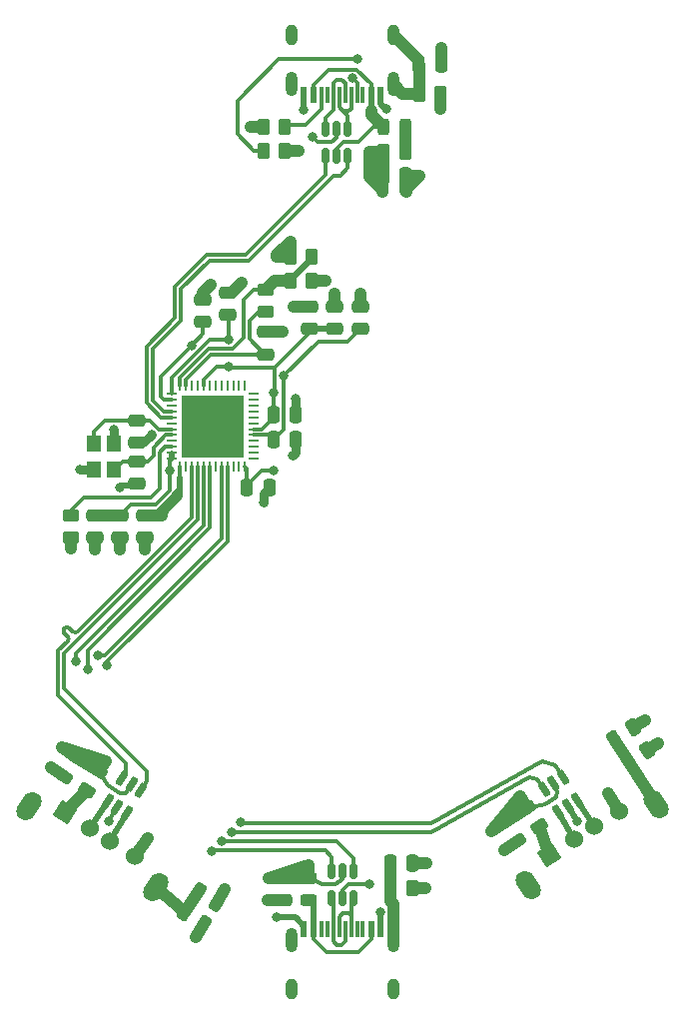
<source format=gbr>
%TF.GenerationSoftware,KiCad,Pcbnew,(6.0.8)*%
%TF.CreationDate,2022-12-20T01:42:36-08:00*%
%TF.ProjectId,Anduril USB Hub,416e6475-7269-46c2-9055-534220487562,rev?*%
%TF.SameCoordinates,Original*%
%TF.FileFunction,Copper,L1,Top*%
%TF.FilePolarity,Positive*%
%FSLAX46Y46*%
G04 Gerber Fmt 4.6, Leading zero omitted, Abs format (unit mm)*
G04 Created by KiCad (PCBNEW (6.0.8)) date 2022-12-20 01:42:36*
%MOMM*%
%LPD*%
G01*
G04 APERTURE LIST*
G04 Aperture macros list*
%AMRoundRect*
0 Rectangle with rounded corners*
0 $1 Rounding radius*
0 $2 $3 $4 $5 $6 $7 $8 $9 X,Y pos of 4 corners*
0 Add a 4 corners polygon primitive as box body*
4,1,4,$2,$3,$4,$5,$6,$7,$8,$9,$2,$3,0*
0 Add four circle primitives for the rounded corners*
1,1,$1+$1,$2,$3*
1,1,$1+$1,$4,$5*
1,1,$1+$1,$6,$7*
1,1,$1+$1,$8,$9*
0 Add four rect primitives between the rounded corners*
20,1,$1+$1,$2,$3,$4,$5,0*
20,1,$1+$1,$4,$5,$6,$7,0*
20,1,$1+$1,$6,$7,$8,$9,0*
20,1,$1+$1,$8,$9,$2,$3,0*%
%AMHorizOval*
0 Thick line with rounded ends*
0 $1 width*
0 $2 $3 position (X,Y) of the first rounded end (center of the circle)*
0 $4 $5 position (X,Y) of the second rounded end (center of the circle)*
0 Add line between two ends*
20,1,$1,$2,$3,$4,$5,0*
0 Add two circle primitives to create the rounded ends*
1,1,$1,$2,$3*
1,1,$1,$4,$5*%
%AMRotRect*
0 Rectangle, with rotation*
0 The origin of the aperture is its center*
0 $1 length*
0 $2 width*
0 $3 Rotation angle, in degrees counterclockwise*
0 Add horizontal line*
21,1,$1,$2,0,0,$3*%
G04 Aperture macros list end*
%TA.AperFunction,SMDPad,CuDef*%
%ADD10RoundRect,0.150000X-0.150000X0.512500X-0.150000X-0.512500X0.150000X-0.512500X0.150000X0.512500X0*%
%TD*%
%TA.AperFunction,SMDPad,CuDef*%
%ADD11RoundRect,0.250000X0.020395X-0.520567X0.463175X-0.238485X-0.020395X0.520567X-0.463175X0.238485X0*%
%TD*%
%TA.AperFunction,SMDPad,CuDef*%
%ADD12RoundRect,0.250000X-0.262500X-0.450000X0.262500X-0.450000X0.262500X0.450000X-0.262500X0.450000X0*%
%TD*%
%TA.AperFunction,SMDPad,CuDef*%
%ADD13RoundRect,0.250000X-0.463175X-0.238485X-0.020395X-0.520567X0.463175X0.238485X0.020395X0.520567X0*%
%TD*%
%TA.AperFunction,SMDPad,CuDef*%
%ADD14RoundRect,0.250000X0.044369X-0.534936X0.466065X-0.266286X-0.044369X0.534936X-0.466065X0.266286X0*%
%TD*%
%TA.AperFunction,SMDPad,CuDef*%
%ADD15RoundRect,0.250000X-0.250000X-0.475000X0.250000X-0.475000X0.250000X0.475000X-0.250000X0.475000X0*%
%TD*%
%TA.AperFunction,SMDPad,CuDef*%
%ADD16RoundRect,0.250000X-0.466065X-0.266286X-0.044369X-0.534936X0.466065X0.266286X0.044369X0.534936X0*%
%TD*%
%TA.AperFunction,SMDPad,CuDef*%
%ADD17RoundRect,0.250000X-0.534936X-0.044369X-0.266286X-0.466065X0.534936X0.044369X0.266286X0.466065X0*%
%TD*%
%TA.AperFunction,ComponentPad*%
%ADD18RotRect,1.524000X1.524000X32.500000*%
%TD*%
%TA.AperFunction,ComponentPad*%
%ADD19C,1.524000*%
%TD*%
%TA.AperFunction,ComponentPad*%
%ADD20HorizOval,1.600000X-0.268650X0.421696X0.268650X-0.421696X0*%
%TD*%
%TA.AperFunction,SMDPad,CuDef*%
%ADD21RoundRect,0.250000X-0.475000X0.250000X-0.475000X-0.250000X0.475000X-0.250000X0.475000X0.250000X0*%
%TD*%
%TA.AperFunction,SMDPad,CuDef*%
%ADD22RoundRect,0.150000X0.401875X-0.351643X-0.148857X0.512833X-0.401875X0.351643X0.148857X-0.512833X0*%
%TD*%
%TA.AperFunction,SMDPad,CuDef*%
%ADD23RoundRect,0.243750X0.456250X-0.243750X0.456250X0.243750X-0.456250X0.243750X-0.456250X-0.243750X0*%
%TD*%
%TA.AperFunction,SMDPad,CuDef*%
%ADD24RoundRect,0.250000X0.262500X0.450000X-0.262500X0.450000X-0.262500X-0.450000X0.262500X-0.450000X0*%
%TD*%
%TA.AperFunction,SMDPad,CuDef*%
%ADD25RoundRect,0.250000X-0.450000X0.262500X-0.450000X-0.262500X0.450000X-0.262500X0.450000X0.262500X0*%
%TD*%
%TA.AperFunction,SMDPad,CuDef*%
%ADD26RoundRect,0.250000X0.475000X-0.250000X0.475000X0.250000X-0.475000X0.250000X-0.475000X-0.250000X0*%
%TD*%
%TA.AperFunction,SMDPad,CuDef*%
%ADD27RoundRect,0.150000X0.150000X-0.512500X0.150000X0.512500X-0.150000X0.512500X-0.150000X-0.512500X0*%
%TD*%
%TA.AperFunction,SMDPad,CuDef*%
%ADD28RoundRect,0.243750X0.253831X-0.450720X0.515764X-0.039566X-0.253831X0.450720X-0.515764X0.039566X0*%
%TD*%
%TA.AperFunction,SMDPad,CuDef*%
%ADD29R,0.600000X1.450000*%
%TD*%
%TA.AperFunction,SMDPad,CuDef*%
%ADD30R,0.300000X1.450000*%
%TD*%
%TA.AperFunction,ComponentPad*%
%ADD31O,1.000000X2.100000*%
%TD*%
%TA.AperFunction,ComponentPad*%
%ADD32O,1.000000X1.800000*%
%TD*%
%TA.AperFunction,SMDPad,CuDef*%
%ADD33RoundRect,0.062500X0.062500X-0.337500X0.062500X0.337500X-0.062500X0.337500X-0.062500X-0.337500X0*%
%TD*%
%TA.AperFunction,SMDPad,CuDef*%
%ADD34RoundRect,0.062500X0.337500X-0.062500X0.337500X0.062500X-0.337500X0.062500X-0.337500X-0.062500X0*%
%TD*%
%TA.AperFunction,SMDPad,CuDef*%
%ADD35R,5.300000X5.300000*%
%TD*%
%TA.AperFunction,ComponentPad*%
%ADD36RotRect,1.524000X1.524000X327.500000*%
%TD*%
%TA.AperFunction,ComponentPad*%
%ADD37HorizOval,1.600000X-0.268650X-0.421696X0.268650X0.421696X0*%
%TD*%
%TA.AperFunction,SMDPad,CuDef*%
%ADD38RoundRect,0.243750X-0.243750X-0.456250X0.243750X-0.456250X0.243750X0.456250X-0.243750X0.456250X0*%
%TD*%
%TA.AperFunction,SMDPad,CuDef*%
%ADD39R,1.200000X1.400000*%
%TD*%
%TA.AperFunction,SMDPad,CuDef*%
%ADD40RoundRect,0.250000X-0.266286X0.466065X-0.534936X0.044369X0.266286X-0.466065X0.534936X-0.044369X0*%
%TD*%
%TA.AperFunction,SMDPad,CuDef*%
%ADD41RoundRect,0.150000X-0.148857X-0.512833X0.401875X0.351643X0.148857X0.512833X-0.401875X-0.351643X0*%
%TD*%
%TA.AperFunction,SMDPad,CuDef*%
%ADD42RoundRect,0.243750X0.515764X0.039566X0.253831X0.450720X-0.515764X-0.039566X-0.253831X-0.450720X0*%
%TD*%
%TA.AperFunction,ViaPad*%
%ADD43C,0.800000*%
%TD*%
%TA.AperFunction,ViaPad*%
%ADD44C,0.700000*%
%TD*%
%TA.AperFunction,Conductor*%
%ADD45C,0.300000*%
%TD*%
%TA.AperFunction,Conductor*%
%ADD46C,1.000000*%
%TD*%
%TA.AperFunction,Conductor*%
%ADD47C,0.500000*%
%TD*%
%TA.AperFunction,Conductor*%
%ADD48C,0.750000*%
%TD*%
G04 APERTURE END LIST*
D10*
%TO.P,U1,1,I/O1*%
%TO.N,Net-(J1-PadA7)*%
X112850000Y-40562500D03*
%TO.P,U1,2,GND*%
%TO.N,GND*%
X111900000Y-40562500D03*
%TO.P,U1,3,I/O2*%
%TO.N,Net-(J1-PadA6)*%
X110950000Y-40562500D03*
%TO.P,U1,4,I/O2*%
%TO.N,UP D+*%
X110950000Y-42837500D03*
%TO.P,U1,5,VBUS*%
%TO.N,VCC*%
X111900000Y-42837500D03*
%TO.P,U1,6,I/O1*%
%TO.N,UP D-*%
X112850000Y-42837500D03*
%TD*%
D11*
%TO.P,R10,1*%
%TO.N,Net-(C22-Pad1)*%
X136680405Y-94240286D03*
%TO.P,R10,2*%
%TO.N,GND*%
X138219595Y-93259714D03*
%TD*%
D12*
%TO.P,R9,1*%
%TO.N,Net-(C8-Pad1)*%
X116487500Y-104950000D03*
%TO.P,R9,2*%
%TO.N,GND*%
X118312500Y-104950000D03*
%TD*%
D13*
%TO.P,R5,1*%
%TO.N,Net-(C3-Pad1)*%
X100180405Y-105159714D03*
%TO.P,R5,2*%
%TO.N,GND*%
X101719595Y-106140286D03*
%TD*%
D12*
%TO.P,R4,2*%
%TO.N,GND*%
X120712500Y-37600000D03*
%TO.P,R4,1*%
%TO.N,Net-(C1-Pad1)*%
X118887500Y-37600000D03*
%TD*%
D14*
%TO.P,C22,1*%
%TO.N,Net-(C22-Pad1)*%
X135447556Y-92320870D03*
%TO.P,C22,2*%
%TO.N,GND*%
X137050000Y-91300000D03*
%TD*%
D15*
%TO.P,C8,1*%
%TO.N,Net-(C8-Pad1)*%
X116450000Y-102750000D03*
%TO.P,C8,2*%
%TO.N,GND*%
X118350000Y-102750000D03*
%TD*%
D16*
%TO.P,C3,2*%
%TO.N,GND*%
X100651222Y-107960435D03*
%TO.P,C3,1*%
%TO.N,Net-(C3-Pad1)*%
X99048778Y-106939565D03*
%TD*%
D15*
%TO.P,C1,1*%
%TO.N,Net-(C1-Pad1)*%
X118850000Y-35100000D03*
%TO.P,C1,2*%
%TO.N,GND*%
X120750000Y-35100000D03*
%TD*%
D17*
%TO.P,C21,1*%
%TO.N,+5V*%
X126189565Y-99298778D03*
%TO.P,C21,2*%
%TO.N,GND*%
X127210435Y-100901222D03*
%TD*%
D18*
%TO.P,J4,1,VBUS*%
%TO.N,Net-(F4-Pad1)*%
X129968048Y-102118948D03*
D19*
%TO.P,J4,2,D-*%
%TO.N,Net-(J4-Pad2)*%
X132076527Y-100775699D03*
%TO.P,J4,3,D+*%
%TO.N,Net-(J4-Pad3)*%
X133763310Y-99701100D03*
%TO.P,J4,4,GND*%
%TO.N,GND*%
X135871788Y-98357851D03*
D20*
%TO.P,J4,5,Shield*%
%TO.N,Net-(C22-Pad1)*%
X138962383Y-97811752D03*
X128166972Y-104689187D03*
%TD*%
D21*
%TO.P,C9,1*%
%TO.N,+5V*%
X95638342Y-73306379D03*
%TO.P,C9,2*%
%TO.N,GND*%
X95638342Y-75206379D03*
%TD*%
D22*
%TO.P,U5,1,I/O1*%
%TO.N,Net-(J4-Pad2)*%
X130709956Y-98469792D03*
%TO.P,U5,2,GND*%
%TO.N,GND*%
X131511178Y-97959358D03*
%TO.P,U5,3,I/O2*%
%TO.N,Net-(J4-Pad3)*%
X132312400Y-97448923D03*
%TO.P,U5,4,I/O2*%
%TO.N,P3 D+*%
X131090044Y-95530208D03*
%TO.P,U5,5,VBUS*%
%TO.N,+5V*%
X130288822Y-96040642D03*
%TO.P,U5,6,I/O1*%
%TO.N,P3 D-*%
X129487600Y-96551077D03*
%TD*%
D23*
%TO.P,F3,1*%
%TO.N,Net-(F3-Pad1)*%
X109550000Y-105937500D03*
%TO.P,F3,2*%
%TO.N,+5V*%
X109550000Y-104062500D03*
%TD*%
D24*
%TO.P,FB1,1*%
%TO.N,Net-(F1-Pad2)*%
X117712500Y-42475000D03*
%TO.P,FB1,2*%
%TO.N,+5V*%
X115887500Y-42475000D03*
%TD*%
D12*
%TO.P,R1,1*%
%TO.N,Net-(J1-PadA5)*%
X105687500Y-42400000D03*
%TO.P,R1,2*%
%TO.N,GND*%
X107512500Y-42400000D03*
%TD*%
D25*
%TO.P,R3,1*%
%TO.N,Net-(R3-Pad1)*%
X89388342Y-73343879D03*
%TO.P,R3,2*%
%TO.N,GND*%
X89388342Y-75168879D03*
%TD*%
D26*
%TO.P,C17,1*%
%TO.N,VDD33*%
X111738342Y-57506379D03*
%TO.P,C17,2*%
%TO.N,GND*%
X111738342Y-55606379D03*
%TD*%
D27*
%TO.P,U4,1,I/O1*%
%TO.N,Net-(J3-PadA7)*%
X111450000Y-105737500D03*
%TO.P,U4,2,GND*%
%TO.N,GND*%
X112400000Y-105737500D03*
%TO.P,U4,3,I/O2*%
%TO.N,Net-(J3-PadA6)*%
X113350000Y-105737500D03*
%TO.P,U4,4,I/O2*%
%TO.N,P2 D+*%
X113350000Y-103462500D03*
%TO.P,U4,5,VBUS*%
%TO.N,+5V*%
X112400000Y-103462500D03*
%TO.P,U4,6,I/O1*%
%TO.N,P2 D-*%
X111450000Y-103462500D03*
%TD*%
D28*
%TO.P,F2,1*%
%TO.N,Net-(F2-Pad1)*%
X90696282Y-96590679D03*
%TO.P,F2,2*%
%TO.N,+5V*%
X91703718Y-95009321D03*
%TD*%
D21*
%TO.P,C15,1*%
%TO.N,VDD33*%
X91438342Y-73306379D03*
%TO.P,C15,2*%
%TO.N,GND*%
X91438342Y-75206379D03*
%TD*%
D29*
%TO.P,J3,A1,GND*%
%TO.N,GND*%
X109138342Y-108361379D03*
%TO.P,J3,A4,VBUS*%
%TO.N,Net-(F3-Pad1)*%
X109938342Y-108361379D03*
D30*
%TO.P,J3,A5,CC1*%
%TO.N,unconnected-(J3-PadA5)*%
X111138342Y-108361379D03*
%TO.P,J3,A6,D+*%
%TO.N,Net-(J3-PadA6)*%
X112138342Y-108361379D03*
%TO.P,J3,A7,D-*%
%TO.N,Net-(J3-PadA7)*%
X112638342Y-108361379D03*
%TO.P,J3,A8,SBU1*%
%TO.N,unconnected-(J3-PadA8)*%
X113638342Y-108361379D03*
D29*
%TO.P,J3,A9,VBUS*%
%TO.N,Net-(F3-Pad1)*%
X114838342Y-108361379D03*
%TO.P,J3,A12,GND*%
%TO.N,GND*%
X115638342Y-108361379D03*
%TO.P,J3,B1,GND*%
X115638342Y-108361379D03*
%TO.P,J3,B4,VBUS*%
%TO.N,Net-(F3-Pad1)*%
X114838342Y-108361379D03*
D30*
%TO.P,J3,B5,CC2*%
%TO.N,unconnected-(J3-PadB5)*%
X114138342Y-108361379D03*
%TO.P,J3,B6,D+*%
%TO.N,Net-(J3-PadA6)*%
X113138342Y-108361379D03*
%TO.P,J3,B7,D-*%
%TO.N,Net-(J3-PadA7)*%
X111638342Y-108361379D03*
%TO.P,J3,B8,SBU2*%
%TO.N,unconnected-(J3-PadB8)*%
X110638342Y-108361379D03*
D29*
%TO.P,J3,B9,VBUS*%
%TO.N,Net-(F3-Pad1)*%
X109938342Y-108361379D03*
%TO.P,J3,B12,GND*%
%TO.N,GND*%
X109138342Y-108361379D03*
D31*
%TO.P,J3,S1,SHIELD*%
%TO.N,Net-(C8-Pad1)*%
X116708342Y-109276379D03*
X108068342Y-109276379D03*
D32*
X108068342Y-113456379D03*
X116708342Y-113456379D03*
%TD*%
D15*
%TO.P,C16,1*%
%TO.N,VDD33*%
X104288342Y-70981379D03*
%TO.P,C16,2*%
%TO.N,GND*%
X106188342Y-70981379D03*
%TD*%
D33*
%TO.P,U2,1,VBAT*%
%TO.N,+5V*%
X98638342Y-69206379D03*
%TO.P,U2,2,NC*%
%TO.N,unconnected-(U2-Pad2)*%
X99138342Y-69206379D03*
%TO.P,U2,3,SWAP_USBDN1_DM/PRT_DIS_M1*%
%TO.N,P1 D-*%
X99638342Y-69206379D03*
%TO.P,U2,4,SWAP_USBDN1_DP/PRT_DIS_P1*%
%TO.N,P1 D+*%
X100138342Y-69206379D03*
%TO.P,U2,5,USBDN2_DM/PRT_DIS_M2*%
%TO.N,P2 D-*%
X100638342Y-69206379D03*
%TO.P,U2,6,USBDN2_DP/PRT_DIS_P2*%
%TO.N,P2 D+*%
X101138342Y-69206379D03*
%TO.P,U2,7,NC*%
%TO.N,unconnected-(U2-Pad7)*%
X101638342Y-69206379D03*
%TO.P,U2,8,USBDN3_DM/PRT_DIS_M3*%
%TO.N,P3 D-*%
X102138342Y-69206379D03*
%TO.P,U2,9,USBDN3_DP/PRT_DIS_P3*%
%TO.N,P3 D+*%
X102638342Y-69206379D03*
%TO.P,U2,10,USBDN4_DM/PRT_DIS_M4*%
%TO.N,P4 D-*%
X103138342Y-69206379D03*
%TO.P,U2,11,USBDN4_DP/PRT_DIS_P4*%
%TO.N,P4 D+*%
X103638342Y-69206379D03*
%TO.P,U2,12,VDDA33*%
%TO.N,VDD33*%
X104138342Y-69206379D03*
D34*
%TO.P,U2,13,SOF*%
%TO.N,unconnected-(U2-Pad13)*%
X104838342Y-68506379D03*
%TO.P,U2,14,SUSPEND*%
%TO.N,unconnected-(U2-Pad14)*%
X104838342Y-68006379D03*
%TO.P,U2,15,PRTPWR1/PRTCTL1*%
%TO.N,unconnected-(U2-Pad15)*%
X104838342Y-67506379D03*
%TO.P,U2,16,OCS1_N*%
%TO.N,unconnected-(U2-Pad16)*%
X104838342Y-67006379D03*
%TO.P,U2,17,VDDCR12*%
%TO.N,VDD12*%
X104838342Y-66506379D03*
%TO.P,U2,18,VDD33*%
%TO.N,VDD33*%
X104838342Y-66006379D03*
%TO.P,U2,19,PRTPWR2/PRTCTL2*%
%TO.N,unconnected-(U2-Pad19)*%
X104838342Y-65506379D03*
%TO.P,U2,20,OCS2_N*%
%TO.N,unconnected-(U2-Pad20)*%
X104838342Y-65006379D03*
%TO.P,U2,21,PRTPWR3/PRTCTL3*%
%TO.N,unconnected-(U2-Pad21)*%
X104838342Y-64506379D03*
%TO.P,U2,22,NC*%
%TO.N,unconnected-(U2-Pad22)*%
X104838342Y-64006379D03*
%TO.P,U2,23,NC*%
%TO.N,unconnected-(U2-Pad23)*%
X104838342Y-63506379D03*
%TO.P,U2,24,SPI_DI*%
%TO.N,unconnected-(U2-Pad24)*%
X104838342Y-63006379D03*
D33*
%TO.P,U2,25,SPI_CE_N*%
%TO.N,unconnected-(U2-Pad25)*%
X104138342Y-62306379D03*
%TO.P,U2,26,SPI_DO/SPI_SPD_SEL*%
%TO.N,unconnected-(U2-Pad26)*%
X103638342Y-62306379D03*
%TO.P,U2,27,SPI_CLK*%
%TO.N,unconnected-(U2-Pad27)*%
X103138342Y-62306379D03*
%TO.P,U2,28,UART_RX/OCS3_N*%
%TO.N,unconnected-(U2-Pad28)*%
X102638342Y-62306379D03*
%TO.P,U2,29,PRTPWR4/PRTCTL4*%
%TO.N,unconnected-(U2-Pad29)*%
X102138342Y-62306379D03*
%TO.P,U2,30,UART_TX/OCS4_N*%
%TO.N,unconnected-(U2-Pad30)*%
X101638342Y-62306379D03*
%TO.P,U2,31,SDA/SMBDATA*%
%TO.N,unconnected-(U2-Pad31)*%
X101138342Y-62306379D03*
%TO.P,U2,32,VDD33*%
%TO.N,VDD33*%
X100638342Y-62306379D03*
%TO.P,U2,33,SCL/SMBCLK*%
%TO.N,unconnected-(U2-Pad33)*%
X100138342Y-62306379D03*
%TO.P,U2,34,NC*%
%TO.N,unconnected-(U2-Pad34)*%
X99638342Y-62306379D03*
%TO.P,U2,35,RESET_N*%
%TO.N,RESET*%
X99138342Y-62306379D03*
%TO.P,U2,36,VBUS_DET*%
%TO.N,+3V3*%
X98638342Y-62306379D03*
D34*
%TO.P,U2,37,VDDA33*%
%TO.N,VDD33*%
X97938342Y-63006379D03*
%TO.P,U2,38,VDD12*%
%TO.N,VDD12*%
X97938342Y-63506379D03*
%TO.P,U2,39,FLEX_HSIC_UP_STROBE*%
%TO.N,unconnected-(U2-Pad39)*%
X97938342Y-64006379D03*
%TO.P,U2,40,FLEX_USBUP_DM/PRT_DIS_M0*%
%TO.N,UP D-*%
X97938342Y-64506379D03*
%TO.P,U2,41,FLEX_USBUP_DP/PRT_DIS_P0*%
%TO.N,UP D+*%
X97938342Y-65006379D03*
%TO.P,U2,42,FLEX_HSIC_UP_DATA*%
%TO.N,unconnected-(U2-Pad42)*%
X97938342Y-65506379D03*
%TO.P,U2,43,XTAL2*%
%TO.N,XTAL2*%
X97938342Y-66006379D03*
%TO.P,U2,44,XTAL1/REFCLK*%
%TO.N,XTAL1*%
X97938342Y-66506379D03*
%TO.P,U2,45,NC*%
%TO.N,unconnected-(U2-Pad45)*%
X97938342Y-67006379D03*
%TO.P,U2,46,RBIAS*%
%TO.N,Net-(R3-Pad1)*%
X97938342Y-67506379D03*
%TO.P,U2,47,VDDCOREREG*%
%TO.N,VDD33*%
X97938342Y-68006379D03*
%TO.P,U2,48,VDDA33*%
X97938342Y-68506379D03*
D35*
%TO.P,U2,49,EPAD*%
%TO.N,GND*%
X101388342Y-65756379D03*
%TD*%
D26*
%TO.P,C19,1*%
%TO.N,VDD12*%
X100588342Y-56906379D03*
%TO.P,C19,2*%
%TO.N,GND*%
X100588342Y-55006379D03*
%TD*%
%TO.P,C12,1*%
%TO.N,VDD33*%
X109588342Y-57506379D03*
%TO.P,C12,2*%
%TO.N,GND*%
X109588342Y-55606379D03*
%TD*%
%TO.P,C5,1*%
%TO.N,GND*%
X94988342Y-67156379D03*
%TO.P,C5,2*%
%TO.N,XTAL2*%
X94988342Y-65256379D03*
%TD*%
D15*
%TO.P,C18,1*%
%TO.N,VDD12*%
X106538342Y-66906379D03*
%TO.P,C18,2*%
%TO.N,GND*%
X108438342Y-66906379D03*
%TD*%
D36*
%TO.P,J2,1,VBUS*%
%TO.N,Net-(F2-Pad1)*%
X88904897Y-98473916D03*
D19*
%TO.P,J2,2,D-*%
%TO.N,Net-(J2-Pad2)*%
X91013376Y-99817165D03*
%TO.P,J2,3,D+*%
%TO.N,Net-(J2-Pad3)*%
X92700159Y-100891764D03*
%TO.P,J2,4,GND*%
%TO.N,GND*%
X94808637Y-102235013D03*
D37*
%TO.P,J2,5,Shield*%
%TO.N,Net-(C3-Pad1)*%
X85814302Y-97927817D03*
X96609713Y-104805252D03*
%TD*%
D21*
%TO.P,C6,1*%
%TO.N,GND*%
X105888342Y-57756379D03*
%TO.P,C6,2*%
%TO.N,RESET*%
X105888342Y-59656379D03*
%TD*%
D38*
%TO.P,F1,1*%
%TO.N,VCC*%
X115862500Y-40400000D03*
%TO.P,F1,2*%
%TO.N,Net-(F1-Pad2)*%
X117737500Y-40400000D03*
%TD*%
D29*
%TO.P,J1,A1,GND*%
%TO.N,GND*%
X115638342Y-37701379D03*
%TO.P,J1,A4,VBUS*%
%TO.N,VCC*%
X114838342Y-37701379D03*
D30*
%TO.P,J1,A5,CC1*%
%TO.N,Net-(J1-PadA5)*%
X113638342Y-37701379D03*
%TO.P,J1,A6,D+*%
%TO.N,Net-(J1-PadA6)*%
X112638342Y-37701379D03*
%TO.P,J1,A7,D-*%
%TO.N,Net-(J1-PadA7)*%
X112138342Y-37701379D03*
%TO.P,J1,A8,SBU1*%
%TO.N,unconnected-(J1-PadA8)*%
X111138342Y-37701379D03*
D29*
%TO.P,J1,A9,VBUS*%
%TO.N,VCC*%
X109938342Y-37701379D03*
%TO.P,J1,A12,GND*%
%TO.N,GND*%
X109138342Y-37701379D03*
%TO.P,J1,B1,GND*%
X109138342Y-37701379D03*
%TO.P,J1,B4,VBUS*%
%TO.N,VCC*%
X109938342Y-37701379D03*
D30*
%TO.P,J1,B5,CC2*%
%TO.N,Net-(J1-PadB5)*%
X110638342Y-37701379D03*
%TO.P,J1,B6,D+*%
%TO.N,Net-(J1-PadA6)*%
X111638342Y-37701379D03*
%TO.P,J1,B7,D-*%
%TO.N,Net-(J1-PadA7)*%
X113138342Y-37701379D03*
%TO.P,J1,B8,SBU2*%
%TO.N,unconnected-(J1-PadB8)*%
X114138342Y-37701379D03*
D29*
%TO.P,J1,B9,VBUS*%
%TO.N,VCC*%
X114838342Y-37701379D03*
%TO.P,J1,B12,GND*%
%TO.N,GND*%
X115638342Y-37701379D03*
D32*
%TO.P,J1,S1,SHIELD*%
%TO.N,Net-(C1-Pad1)*%
X116708342Y-32606379D03*
D31*
X116708342Y-36786379D03*
X108068342Y-36786379D03*
D32*
X108068342Y-32606379D03*
%TD*%
D39*
%TO.P,Y1,1,1*%
%TO.N,XTAL1*%
X93013342Y-69456379D03*
%TO.P,Y1,2,2*%
%TO.N,GND*%
X93013342Y-67256379D03*
%TO.P,Y1,3,3*%
%TO.N,XTAL2*%
X91313342Y-67256379D03*
%TO.P,Y1,4,4*%
%TO.N,GND*%
X91313342Y-69456379D03*
%TD*%
D26*
%TO.P,C11,1*%
%TO.N,VDD33*%
X102688342Y-56306379D03*
%TO.P,C11,2*%
%TO.N,GND*%
X102688342Y-54406379D03*
%TD*%
%TO.P,C20,1*%
%TO.N,VDD12*%
X113888342Y-57506379D03*
%TO.P,C20,2*%
%TO.N,GND*%
X113888342Y-55606379D03*
%TD*%
D40*
%TO.P,C2,1*%
%TO.N,+5V*%
X89810435Y-93798778D03*
%TO.P,C2,2*%
%TO.N,GND*%
X88789565Y-95401222D03*
%TD*%
D12*
%TO.P,R6,1*%
%TO.N,+5V*%
X107975842Y-51406379D03*
%TO.P,R6,2*%
%TO.N,+3V3*%
X109800842Y-51406379D03*
%TD*%
D21*
%TO.P,C7,1*%
%TO.N,+5V*%
X107400000Y-104050000D03*
%TO.P,C7,2*%
%TO.N,GND*%
X107400000Y-105950000D03*
%TD*%
D41*
%TO.P,U3,1,I/O1*%
%TO.N,Net-(J2-Pad2)*%
X92487600Y-97548923D03*
%TO.P,U3,2,GND*%
%TO.N,GND*%
X93288822Y-98059358D03*
%TO.P,U3,3,I/O2*%
%TO.N,Net-(J2-Pad3)*%
X94090044Y-98569792D03*
%TO.P,U3,4,I/O2*%
%TO.N,P1 D+*%
X95312400Y-96651077D03*
%TO.P,U3,5,VBUS*%
%TO.N,+5V*%
X94511178Y-96140642D03*
%TO.P,U3,6,I/O1*%
%TO.N,P1 D-*%
X93709956Y-95630208D03*
%TD*%
D15*
%TO.P,C10,1*%
%TO.N,+5V*%
X115850000Y-44575000D03*
%TO.P,C10,2*%
%TO.N,GND*%
X117750000Y-44575000D03*
%TD*%
D21*
%TO.P,C13,1*%
%TO.N,VDD33*%
X93538342Y-73306379D03*
%TO.P,C13,2*%
%TO.N,GND*%
X93538342Y-75206379D03*
%TD*%
D26*
%TO.P,C4,1*%
%TO.N,GND*%
X94988342Y-70631379D03*
%TO.P,C4,2*%
%TO.N,XTAL1*%
X94988342Y-68731379D03*
%TD*%
D25*
%TO.P,R8,1*%
%TO.N,+3V3*%
X105888342Y-54193879D03*
%TO.P,R8,2*%
%TO.N,RESET*%
X105888342Y-56018879D03*
%TD*%
D15*
%TO.P,C14,1*%
%TO.N,VDD33*%
X106538342Y-64756379D03*
%TO.P,C14,2*%
%TO.N,GND*%
X108438342Y-64756379D03*
%TD*%
D24*
%TO.P,R2,1*%
%TO.N,Net-(J1-PadB5)*%
X107512500Y-40400000D03*
%TO.P,R2,2*%
%TO.N,GND*%
X105687500Y-40400000D03*
%TD*%
D12*
%TO.P,R7,1*%
%TO.N,+3V3*%
X107975842Y-53456379D03*
%TO.P,R7,2*%
%TO.N,GND*%
X109800842Y-53456379D03*
%TD*%
D42*
%TO.P,F4,1*%
%TO.N,Net-(F4-Pad1)*%
X129103718Y-99690679D03*
%TO.P,F4,2*%
%TO.N,+5V*%
X128096282Y-98109321D03*
%TD*%
D43*
%TO.N,GND*%
X102450000Y-105000000D03*
X99950000Y-109050000D03*
X95900000Y-100650000D03*
X139200000Y-92650000D03*
X138050000Y-90650000D03*
X119450000Y-104950000D03*
X119500000Y-102750000D03*
X109850000Y-41250000D03*
X120750000Y-33700000D03*
X120700000Y-38900000D03*
%TO.N,+5V*%
X114700000Y-42500000D03*
X114700000Y-44600000D03*
X115800000Y-45900000D03*
X106838342Y-51406379D03*
X109550000Y-102950000D03*
X107988342Y-50106379D03*
X92375000Y-94125000D03*
X106100000Y-104050000D03*
X97088342Y-73306379D03*
X125000000Y-100100000D03*
X127500000Y-97150000D03*
X88600000Y-93000000D03*
%TO.N,P2 D-*%
X89775000Y-85725000D03*
X101325000Y-101750000D03*
%TO.N,P2 D+*%
X90775000Y-86350000D03*
X102175000Y-100900000D03*
%TO.N,P3 D-*%
X91625000Y-85175000D03*
X103025000Y-100125000D03*
%TO.N,P3 D+*%
X92450000Y-86000000D03*
X103800000Y-99300000D03*
%TO.N,VDD12*%
X107438342Y-61506379D03*
X99584578Y-58902614D03*
%TO.N,VDD33*%
X106588342Y-69506379D03*
X102788342Y-60731879D03*
X102776195Y-58419732D03*
X97738342Y-69506379D03*
X106588342Y-62906379D03*
D44*
%TO.N,GND*%
X100750000Y-66425000D03*
D43*
X108288342Y-55606379D03*
D44*
X102075000Y-67750000D03*
D43*
X106825000Y-107350000D03*
X93038342Y-66006379D03*
X103838342Y-53606379D03*
X115625000Y-106975000D03*
X87675000Y-94675000D03*
X104600000Y-40400000D03*
X113888342Y-54556379D03*
X93513342Y-76206379D03*
X107288342Y-57756379D03*
D44*
X102075000Y-65100000D03*
D43*
X106050000Y-105950000D03*
D44*
X103400000Y-66450000D03*
D43*
X110938342Y-53456379D03*
X105688342Y-72206379D03*
D44*
X102075000Y-63775000D03*
D43*
X91438342Y-76206379D03*
X134900000Y-96900000D03*
X101238342Y-53806379D03*
D44*
X100750000Y-65100000D03*
X102075000Y-66425000D03*
D43*
X116100000Y-38900000D03*
D44*
X100725000Y-67750000D03*
X99425000Y-63775000D03*
D43*
X93488342Y-70956879D03*
X92550000Y-99250000D03*
D44*
X99425000Y-66450000D03*
D43*
X117800000Y-45900000D03*
X108438342Y-63406379D03*
X89388342Y-76156379D03*
X108700000Y-42400000D03*
D44*
X103400000Y-63775000D03*
D43*
X108138342Y-68256379D03*
X132300000Y-99200000D03*
X95638342Y-76206379D03*
X118900000Y-44575000D03*
X96204428Y-66432419D03*
D44*
X103400000Y-65100000D03*
X99425000Y-67750000D03*
X103400000Y-67750000D03*
D43*
X90138342Y-69456379D03*
X109060342Y-38956379D03*
X111738342Y-54556379D03*
X114700000Y-104550000D03*
D44*
X100750000Y-63775000D03*
D43*
X126100000Y-101700000D03*
D44*
X99425000Y-65125000D03*
D43*
%TO.N,Net-(J1-PadA5)*%
X113632342Y-34640879D03*
X113269958Y-36278879D03*
%TD*%
D45*
%TO.N,P3 D-*%
X92267894Y-85175000D02*
X102138342Y-75304552D01*
X91625000Y-85175000D02*
X92267894Y-85175000D01*
X102138342Y-75304552D02*
X102138342Y-69206379D01*
%TO.N,GND*%
X109850000Y-41250000D02*
X110300000Y-41700000D01*
X110300000Y-41700000D02*
X111500000Y-41700000D01*
D46*
X101719595Y-106140286D02*
X102450000Y-105000000D01*
X100651222Y-107960435D02*
X99950000Y-109050000D01*
%TO.N,Net-(C3-Pad1)*%
X99048778Y-106939565D02*
X100180405Y-105159714D01*
X96609713Y-104805252D02*
X99048778Y-106939565D01*
%TO.N,GND*%
X94808637Y-102235013D02*
X95900000Y-100650000D01*
X138219595Y-93259714D02*
X139200000Y-92650000D01*
X137050000Y-91300000D02*
X138050000Y-90650000D01*
%TO.N,Net-(C22-Pad1)*%
X136680405Y-94240286D02*
X135447556Y-92320870D01*
X138962383Y-97811752D02*
X136680405Y-94240286D01*
%TO.N,Net-(C8-Pad1)*%
X116487500Y-105987500D02*
X116487500Y-104950000D01*
X116725000Y-106225000D02*
X116487500Y-105987500D01*
X116725000Y-109259721D02*
X116725000Y-106225000D01*
X116708342Y-109276379D02*
X116725000Y-109259721D01*
%TO.N,GND*%
X118312500Y-104950000D02*
X119450000Y-104950000D01*
X118350000Y-102750000D02*
X119500000Y-102750000D01*
%TO.N,Net-(C8-Pad1)*%
X116450000Y-104912500D02*
X116487500Y-104950000D01*
X116450000Y-102750000D02*
X116450000Y-104912500D01*
D45*
%TO.N,VCC*%
X111900000Y-42250000D02*
X112450000Y-41700000D01*
X112450000Y-41700000D02*
X113750000Y-41700000D01*
X111900000Y-42837500D02*
X111900000Y-42250000D01*
X113750000Y-41700000D02*
X115050000Y-40400000D01*
X115050000Y-40400000D02*
X115862500Y-40400000D01*
%TO.N,GND*%
X111900000Y-41300000D02*
X111900000Y-40562500D01*
X111500000Y-41700000D02*
X111900000Y-41300000D01*
%TO.N,Net-(J1-PadA5)*%
X103500000Y-41000000D02*
X103500000Y-38150000D01*
X113619842Y-34628379D02*
X113632342Y-34640879D01*
X104900000Y-42400000D02*
X103500000Y-41000000D01*
X103500000Y-38150000D02*
X107021621Y-34628379D01*
X105687500Y-42400000D02*
X104900000Y-42400000D01*
X107021621Y-34628379D02*
X113619842Y-34628379D01*
%TO.N,UP D-*%
X112850000Y-43900000D02*
X112850000Y-42837500D01*
X111607106Y-44500000D02*
X112250000Y-44500000D01*
X104407106Y-51700000D02*
X111607106Y-44500000D01*
X98700000Y-54107106D02*
X101107106Y-51700000D01*
X101107106Y-51700000D02*
X104407106Y-51700000D01*
X96300000Y-63592894D02*
X96300000Y-59207106D01*
X112250000Y-44500000D02*
X112850000Y-43900000D01*
X96300000Y-59207106D02*
X98700000Y-56807106D01*
X97213485Y-64506379D02*
X96300000Y-63592894D01*
X98700000Y-56807106D02*
X98700000Y-54107106D01*
X97938342Y-64506379D02*
X97213485Y-64506379D01*
%TO.N,UP D+*%
X110950000Y-44450000D02*
X110950000Y-42837500D01*
X104200000Y-51200000D02*
X110950000Y-44450000D01*
%TO.N,Net-(J1-PadA7)*%
X112850000Y-39450000D02*
X112850000Y-40562500D01*
X112463342Y-39063342D02*
X112850000Y-39450000D01*
X112463342Y-39056379D02*
X112463342Y-39063342D01*
%TO.N,Net-(J1-PadA6)*%
X110950000Y-39600000D02*
X110950000Y-40562500D01*
X111638342Y-38911658D02*
X110950000Y-39600000D01*
X111638342Y-37701379D02*
X111638342Y-38911658D01*
D46*
%TO.N,GND*%
X120750000Y-33700000D02*
X120750000Y-35100000D01*
X120712500Y-38887500D02*
X120700000Y-38900000D01*
X120712500Y-37600000D02*
X120712500Y-38887500D01*
%TO.N,Net-(C1-Pad1)*%
X118850000Y-34748037D02*
X116708342Y-32606379D01*
X118850000Y-35100000D02*
X118850000Y-34748037D01*
X117521963Y-37600000D02*
X116708342Y-36786379D01*
X118887500Y-37600000D02*
X117521963Y-37600000D01*
X118887500Y-35137500D02*
X118850000Y-35100000D01*
X118887500Y-37600000D02*
X118887500Y-35137500D01*
%TO.N,+5V*%
X115850000Y-43650000D02*
X114700000Y-42500000D01*
X115850000Y-44575000D02*
X115850000Y-43650000D01*
X115887500Y-43412500D02*
X114700000Y-44600000D01*
X115887500Y-42475000D02*
X115887500Y-43412500D01*
X115850000Y-44575000D02*
X115850000Y-42512500D01*
X115850000Y-42512500D02*
X115887500Y-42475000D01*
X114700000Y-44600000D02*
X114700000Y-42500000D01*
X115800000Y-45700000D02*
X114700000Y-44600000D01*
X115800000Y-45900000D02*
X115800000Y-45700000D01*
X115800000Y-45900000D02*
X115800000Y-44625000D01*
X115800000Y-44625000D02*
X115850000Y-44575000D01*
X115825000Y-44600000D02*
X115850000Y-44575000D01*
X114700000Y-44600000D02*
X115825000Y-44600000D01*
X115862500Y-42500000D02*
X115887500Y-42475000D01*
X114700000Y-42500000D02*
X115862500Y-42500000D01*
%TO.N,GND*%
X117750000Y-45850000D02*
X117750000Y-44575000D01*
X117800000Y-45900000D02*
X117750000Y-45850000D01*
X117800000Y-45675000D02*
X118900000Y-44575000D01*
X117800000Y-45900000D02*
X117800000Y-45675000D01*
X117750000Y-44575000D02*
X118900000Y-44575000D01*
%TO.N,Net-(F1-Pad2)*%
X117737500Y-40400000D02*
X117737500Y-42450000D01*
X117737500Y-42450000D02*
X117712500Y-42475000D01*
%TO.N,VCC*%
X115862500Y-40400000D02*
X114838342Y-39375842D01*
X114838342Y-39375842D02*
X114838342Y-39031379D01*
D45*
%TO.N,Net-(J1-PadB5)*%
X109300000Y-40200000D02*
X107712500Y-40200000D01*
X110638342Y-37701379D02*
X110638342Y-38861658D01*
X110638342Y-38861658D02*
X109300000Y-40200000D01*
X107712500Y-40200000D02*
X107512500Y-40400000D01*
D46*
%TO.N,GND*%
X108700000Y-42400000D02*
X107512500Y-42400000D01*
X104600000Y-40400000D02*
X105687500Y-40400000D01*
%TO.N,+5V*%
X127500000Y-97150000D02*
X125000000Y-100100000D01*
X106838342Y-51256379D02*
X107988342Y-50106379D01*
X126189565Y-99298778D02*
X125000000Y-100100000D01*
D47*
X98638342Y-71756379D02*
X98638342Y-70856379D01*
D46*
X128096282Y-98109321D02*
X127500000Y-97150000D01*
D45*
X91703718Y-95009321D02*
X92475000Y-96200000D01*
D46*
X107975842Y-50118879D02*
X107988342Y-50106379D01*
X91703718Y-95009321D02*
X89810435Y-93798778D01*
X106100000Y-104050000D02*
X109550000Y-102950000D01*
X107400000Y-104050000D02*
X106100000Y-104050000D01*
X91703718Y-95009321D02*
X92375000Y-94125000D01*
D47*
X96479764Y-73306379D02*
X95638342Y-73306379D01*
D46*
X107975842Y-51406379D02*
X107975842Y-50118879D01*
D45*
X130600000Y-96700000D02*
X130288822Y-96040642D01*
D46*
X92375000Y-94125000D02*
X88600000Y-93000000D01*
D47*
X98638342Y-71147801D02*
X96479764Y-73306379D01*
D45*
X92475000Y-96200000D02*
X93525000Y-96900000D01*
D46*
X109550000Y-104062500D02*
X109550000Y-102950000D01*
X95638342Y-73306379D02*
X97088342Y-73306379D01*
D45*
X129600000Y-97800000D02*
X130500000Y-97200000D01*
X128096282Y-98109321D02*
X129600000Y-97800000D01*
X93525000Y-96900000D02*
X94050000Y-96850000D01*
X130500000Y-97200000D02*
X130600000Y-96700000D01*
D47*
X98638342Y-70106379D02*
X98638342Y-70856379D01*
D46*
X106838342Y-51406379D02*
X106838342Y-51256379D01*
D45*
X109550000Y-104062500D02*
X110700000Y-104600000D01*
D46*
X89810435Y-93798778D02*
X88600000Y-93000000D01*
D45*
X111800000Y-104600000D02*
X112400000Y-104150000D01*
D46*
X107975842Y-51406379D02*
X106838342Y-51406379D01*
D47*
X97088342Y-73306379D02*
X98638342Y-71756379D01*
X98638342Y-70856379D02*
X98638342Y-71147801D01*
D46*
X126189565Y-99298778D02*
X128096282Y-98109321D01*
D45*
X112400000Y-104150000D02*
X112400000Y-103462500D01*
X98638342Y-69206379D02*
X98638342Y-70106379D01*
X94050000Y-96850000D02*
X94511178Y-96140642D01*
X110700000Y-104600000D02*
X111800000Y-104600000D01*
D46*
X109550000Y-104062500D02*
X107400000Y-104050000D01*
D45*
%TO.N,XTAL1*%
X96388342Y-68206379D02*
X96388342Y-67556379D01*
X97438342Y-66506379D02*
X97938342Y-66506379D01*
X94988342Y-68731379D02*
X93738342Y-68731379D01*
X93738342Y-68731379D02*
X93013342Y-69456379D01*
X95863342Y-68731379D02*
X96388342Y-68206379D01*
X96388342Y-67556379D02*
X97438342Y-66506379D01*
X94988342Y-68731379D02*
X95863342Y-68731379D01*
%TO.N,XTAL2*%
X91313342Y-66181379D02*
X92238342Y-65256379D01*
X92238342Y-65256379D02*
X94988342Y-65256379D01*
X96088342Y-65256379D02*
X94988342Y-65256379D01*
X96838342Y-66006379D02*
X96088342Y-65256379D01*
X97938342Y-66006379D02*
X96838342Y-66006379D01*
X91313342Y-67256379D02*
X91313342Y-66181379D01*
%TO.N,VCC*%
X109938342Y-36826379D02*
X111235342Y-35529379D01*
X111235342Y-35529379D02*
X113596746Y-35529379D01*
X113596746Y-35529379D02*
X114838342Y-36770975D01*
X109938342Y-37701379D02*
X109938342Y-36826379D01*
X114838342Y-36770975D02*
X114838342Y-37701379D01*
D47*
X114838342Y-37701379D02*
X114838342Y-39031379D01*
D46*
%TO.N,Net-(F2-Pad1)*%
X88904897Y-98473916D02*
X90696282Y-96590679D01*
D45*
%TO.N,Net-(F3-Pad1)*%
X111026963Y-110325000D02*
X113744721Y-110325000D01*
X113744721Y-110325000D02*
X114838342Y-109231379D01*
D47*
X109938342Y-108361379D02*
X109938342Y-106325842D01*
D45*
X114838342Y-109231379D02*
X114838342Y-108361379D01*
X109938342Y-109236379D02*
X111026963Y-110325000D01*
D47*
X109938342Y-106325842D02*
X109550000Y-105937500D01*
D45*
X109938342Y-108361379D02*
X109938342Y-109236379D01*
D46*
%TO.N,Net-(F4-Pad1)*%
X129968048Y-102118948D02*
X129103718Y-99690679D01*
D47*
%TO.N,Net-(J2-Pad2)*%
X91013376Y-99817165D02*
X92487600Y-97548923D01*
%TO.N,Net-(J2-Pad3)*%
X92700159Y-100891764D02*
X94090044Y-98569792D01*
%TO.N,+3V3*%
X107975842Y-53368879D02*
X109800842Y-51543879D01*
D45*
X103988342Y-55056379D02*
X103988342Y-58267540D01*
D46*
X106625842Y-53456379D02*
X105888342Y-54193879D01*
D45*
X103988342Y-58267540D02*
X103074503Y-59181379D01*
X101072873Y-59181379D02*
X98638342Y-61615910D01*
X104850842Y-54193879D02*
X103988342Y-55056379D01*
X98638342Y-61615910D02*
X98638342Y-62306379D01*
D47*
X107975842Y-53456379D02*
X107975842Y-53368879D01*
D46*
X107975842Y-53456379D02*
X106625842Y-53456379D01*
D45*
X105888342Y-54193879D02*
X104850842Y-54193879D01*
X103074503Y-59181379D02*
X101072873Y-59181379D01*
D47*
X109800842Y-51543879D02*
X109800842Y-51406379D01*
D45*
%TO.N,RESET*%
X99138342Y-62306379D02*
X99138342Y-61823016D01*
X105838342Y-59656379D02*
X105888342Y-59656379D01*
X105325842Y-56018879D02*
X104488342Y-56856379D01*
X104488342Y-58306379D02*
X105838342Y-59656379D01*
X104488342Y-56856379D02*
X104488342Y-58306379D01*
X105888342Y-59656379D02*
X105863342Y-59681379D01*
X99138342Y-61823016D02*
X101229979Y-59731379D01*
X105863342Y-59681379D02*
X105863342Y-59731379D01*
X105813342Y-59731379D02*
X105888342Y-59656379D01*
X101229979Y-59731379D02*
X105813342Y-59731379D01*
X105888342Y-56018879D02*
X105325842Y-56018879D01*
%TO.N,P1 D-*%
X88300000Y-84800000D02*
X89100000Y-84000000D01*
X89241424Y-82868629D02*
X89524267Y-83151472D01*
X99638342Y-73461658D02*
X99638342Y-69206379D01*
X89948531Y-83151472D02*
X89948530Y-83151471D01*
X88300000Y-88550000D02*
X88300000Y-84800000D01*
X93709956Y-95630208D02*
X94050000Y-95290164D01*
X94050000Y-95290164D02*
X94050000Y-94300000D01*
X89100000Y-83575736D02*
X88817158Y-83292894D01*
X89948530Y-83151471D02*
X99638342Y-73461658D01*
X89241424Y-82868630D02*
X89241424Y-82868629D01*
X94050000Y-94300000D02*
X88300000Y-88550000D01*
X88817196Y-82868668D02*
G75*
G03*
X88817158Y-83292894I212104J-212132D01*
G01*
X89099968Y-83575768D02*
G75*
G02*
X89100000Y-84000000I-212068J-212132D01*
G01*
X89241423Y-82868631D02*
G75*
G03*
X88817159Y-82868631I-212132J-212130D01*
G01*
X89948530Y-83151471D02*
G75*
G02*
X89524268Y-83151471I-212131J212131D01*
G01*
%TO.N,P1 D+*%
X100138342Y-73668764D02*
X100138342Y-69206379D01*
X95312400Y-96651077D02*
X95825000Y-95825000D01*
X95825000Y-95009888D02*
X88800000Y-87984888D01*
X88800000Y-85007106D02*
X100138342Y-73668764D01*
X95825000Y-95825000D02*
X95825000Y-95009888D01*
X88800000Y-87984888D02*
X88800000Y-85007106D01*
%TO.N,P2 D-*%
X89775000Y-85725000D02*
X89775000Y-85030755D01*
X100638342Y-74167413D02*
X100638342Y-69206379D01*
X101325000Y-101750000D02*
X101350000Y-101725000D01*
X111450000Y-102250000D02*
X111450000Y-103462500D01*
X101350000Y-101725000D02*
X111000000Y-101725000D01*
X111000000Y-101725000D02*
X111450000Y-102250000D01*
X89775000Y-85030755D02*
X100638342Y-74167413D01*
%TO.N,P2 D+*%
X90775000Y-86350000D02*
X90775000Y-84737861D01*
X102200000Y-100925000D02*
X111900000Y-100925000D01*
X111900000Y-100925000D02*
X113350000Y-102375000D01*
X102175000Y-100900000D02*
X102200000Y-100925000D01*
X113350000Y-102375000D02*
X113350000Y-103462500D01*
X90775000Y-84737861D02*
X101138342Y-74374519D01*
X101138342Y-74374519D02*
X101138342Y-69206379D01*
%TO.N,P3 D-*%
X129487600Y-96551077D02*
X128925000Y-95700000D01*
X128200000Y-95550000D02*
X119975000Y-100175000D01*
X128925000Y-95700000D02*
X128200000Y-95550000D01*
X119975000Y-100175000D02*
X103025000Y-100125000D01*
%TO.N,P3 D+*%
X92450000Y-85700000D02*
X102638342Y-75511658D01*
X129375000Y-94175000D02*
X130400000Y-94475000D01*
X119925000Y-99400000D02*
X129375000Y-94175000D01*
X130400000Y-94475000D02*
X131090044Y-95530208D01*
X103800000Y-99300000D02*
X103900000Y-99400000D01*
X92450000Y-86000000D02*
X92450000Y-85700000D01*
X102638342Y-75511658D02*
X102638342Y-69206379D01*
X103900000Y-99400000D02*
X119925000Y-99400000D01*
%TO.N,VDD12*%
X96988342Y-61531379D02*
X96988342Y-63256379D01*
X107438342Y-66006379D02*
X107438342Y-61506379D01*
X97238342Y-63506379D02*
X97938342Y-63506379D01*
X107438342Y-61506379D02*
X110344721Y-58600000D01*
X110344721Y-58600000D02*
X112794721Y-58600000D01*
X106138342Y-66506379D02*
X106538342Y-66906379D01*
X106538342Y-66906379D02*
X107438342Y-66006379D01*
X99584578Y-58902614D02*
X99584578Y-58935143D01*
X104838342Y-66506379D02*
X106138342Y-66506379D01*
X100588342Y-57898850D02*
X100588342Y-56906379D01*
X112794721Y-58600000D02*
X113888342Y-57506379D01*
X99584578Y-58902614D02*
X100588342Y-57898850D01*
X99584578Y-58935143D02*
X96988342Y-61531379D01*
X96988342Y-63256379D02*
X97238342Y-63506379D01*
%TO.N,Net-(J1-PadA7)*%
X112913342Y-39056379D02*
X113138342Y-38831379D01*
X112138342Y-37701379D02*
X112138342Y-38726379D01*
X113138342Y-38831379D02*
X113138342Y-37701379D01*
X112463342Y-39056379D02*
X112913342Y-39056379D01*
X112138342Y-38726379D02*
X112438342Y-39026379D01*
X112438342Y-39031379D02*
X112463342Y-39056379D01*
X112438342Y-39026379D02*
X112438342Y-39031379D01*
%TO.N,UP D+*%
X104200000Y-51200000D02*
X100900000Y-51200000D01*
X98200000Y-53900000D02*
X98200000Y-56600000D01*
X97006379Y-65006379D02*
X97938342Y-65006379D01*
%TO.N,Net-(J1-PadA6)*%
X112638342Y-36682379D02*
X112638342Y-37701379D01*
X111925819Y-36388902D02*
X112344865Y-36388902D01*
%TO.N,UP D+*%
X98200000Y-56600000D02*
X95800000Y-59000000D01*
X95800000Y-63800000D02*
X97006379Y-65006379D01*
X95800000Y-59000000D02*
X95800000Y-63800000D01*
%TO.N,Net-(J1-PadA6)*%
X111638342Y-37701379D02*
X111638342Y-36676379D01*
%TO.N,UP D+*%
X100900000Y-51200000D02*
X98200000Y-53900000D01*
%TO.N,Net-(J1-PadA6)*%
X111638342Y-36676379D02*
X111925819Y-36388902D01*
X112344865Y-36388902D02*
X112638342Y-36682379D01*
%TO.N,VDD33*%
X102776195Y-58419732D02*
X102788342Y-58407585D01*
X104288342Y-69356379D02*
X104288342Y-70981379D01*
X102776195Y-58419732D02*
X101127414Y-58419732D01*
X106588342Y-62906379D02*
X106588342Y-64706379D01*
X96556236Y-72381379D02*
X94463342Y-72381379D01*
X104288342Y-70756379D02*
X104288342Y-70981379D01*
X109588342Y-57856379D02*
X109588342Y-57506379D01*
X97738342Y-69506379D02*
X97738342Y-71199273D01*
X106613342Y-62881379D02*
X106613342Y-60781379D01*
D47*
X111738342Y-57506379D02*
X109588342Y-57506379D01*
D46*
X91438342Y-73306379D02*
X93538342Y-73306379D01*
D45*
X94463342Y-72381379D02*
X93538342Y-73306379D01*
X102788342Y-56406379D02*
X102688342Y-56306379D01*
X97738342Y-71199273D02*
X96556236Y-72381379D01*
X104838342Y-66006379D02*
X105538342Y-66006379D01*
X106538342Y-65006379D02*
X106538342Y-64756379D01*
X97888342Y-61656379D02*
X97888342Y-62956379D01*
X105538342Y-66006379D02*
X106538342Y-65006379D01*
X101729479Y-60731879D02*
X102788342Y-60731879D01*
X98335917Y-61208804D02*
X97888342Y-61656379D01*
X97888342Y-62956379D02*
X97938342Y-63006379D01*
X97738342Y-69506379D02*
X97738342Y-68706379D01*
X106588342Y-69506379D02*
X105538342Y-69506379D01*
X102788342Y-58407585D02*
X102788342Y-56406379D01*
X106663342Y-60781379D02*
X109588342Y-57856379D01*
X100638342Y-61823016D02*
X101729479Y-60731879D01*
D47*
X97938342Y-68506379D02*
X97938342Y-68106379D01*
D45*
X101127414Y-58419732D02*
X98338342Y-61208804D01*
X97738342Y-68706379D02*
X97938342Y-68506379D01*
X102837842Y-60781379D02*
X106663342Y-60781379D01*
X102788342Y-60731879D02*
X102837842Y-60781379D01*
X105538342Y-69506379D02*
X104288342Y-70756379D01*
X98338342Y-61208804D02*
X98335917Y-61208804D01*
X100638342Y-62306379D02*
X100638342Y-61823016D01*
X104138342Y-69206379D02*
X104288342Y-69356379D01*
X106588342Y-62906379D02*
X106613342Y-62881379D01*
X106588342Y-64706379D02*
X106538342Y-64756379D01*
D46*
%TO.N,GND*%
X105888342Y-57756379D02*
X107288342Y-57756379D01*
D47*
X116081963Y-38900000D02*
X115638342Y-38456379D01*
X94813342Y-70806379D02*
X94988342Y-70631379D01*
X109060342Y-38809379D02*
X109138342Y-38731379D01*
D48*
X108438342Y-63406379D02*
X108438342Y-64756379D01*
D47*
X109060342Y-38956379D02*
X109060342Y-38809379D01*
D46*
X93513342Y-75231379D02*
X93538342Y-75206379D01*
X100588342Y-54456379D02*
X101238342Y-53806379D01*
X113888342Y-55606379D02*
X113888342Y-54556379D01*
D47*
X109138342Y-108088342D02*
X108475000Y-107425000D01*
X131511178Y-97959358D02*
X132300000Y-99200000D01*
X109138342Y-38731379D02*
X109138342Y-37701379D01*
D48*
X105688342Y-72206379D02*
X105688342Y-71481379D01*
D45*
X114700000Y-104550000D02*
X112900000Y-104550000D01*
D46*
X127210435Y-100901222D02*
X126100000Y-101700000D01*
X89388342Y-75168879D02*
X89388342Y-76156379D01*
D45*
X93288822Y-98059358D02*
X92550000Y-99250000D01*
D48*
X91313342Y-69456379D02*
X90138342Y-69456379D01*
D47*
X108475000Y-107425000D02*
X108400000Y-107350000D01*
D46*
X111738342Y-55606379D02*
X111738342Y-54556379D01*
D48*
X108164709Y-68256379D02*
X108438342Y-67982746D01*
D46*
X107400000Y-105950000D02*
X106050000Y-105950000D01*
D47*
X109138342Y-108361379D02*
X109138342Y-108088342D01*
D46*
X109800842Y-53456379D02*
X110938342Y-53456379D01*
D47*
X108400000Y-107350000D02*
X106825000Y-107350000D01*
D45*
X112400000Y-105050000D02*
X112400000Y-105737500D01*
D48*
X96204428Y-66432419D02*
X95480468Y-67156379D01*
D46*
X100588342Y-55006379D02*
X100588342Y-54456379D01*
D47*
X115638342Y-108361379D02*
X115638342Y-106988342D01*
X93638842Y-70806379D02*
X94813342Y-70806379D01*
D46*
X88789565Y-95401222D02*
X87675000Y-94675000D01*
X95638342Y-76206379D02*
X95638342Y-75206379D01*
D48*
X95480468Y-67156379D02*
X94988342Y-67156379D01*
D46*
X93513342Y-76206379D02*
X93513342Y-75231379D01*
D48*
X93013342Y-66031379D02*
X93013342Y-67256379D01*
D45*
X112900000Y-104550000D02*
X112400000Y-105050000D01*
D46*
X135871788Y-98357851D02*
X134900000Y-96900000D01*
X102688342Y-54406379D02*
X103038342Y-54406379D01*
X103038342Y-54406379D02*
X103838342Y-53606379D01*
D47*
X115638342Y-106988342D02*
X115625000Y-106975000D01*
D46*
X91438342Y-75206379D02*
X91438342Y-76206379D01*
D48*
X93038342Y-66006379D02*
X93013342Y-66031379D01*
D46*
X109588342Y-55606379D02*
X108288342Y-55606379D01*
D48*
X108138342Y-68256379D02*
X108164709Y-68256379D01*
D47*
X115638342Y-38456379D02*
X115638342Y-37701379D01*
X116100000Y-38900000D02*
X116081963Y-38900000D01*
D48*
X108438342Y-67982746D02*
X108438342Y-66906379D01*
X105688342Y-71481379D02*
X106188342Y-70981379D01*
D47*
X93488342Y-70956879D02*
X93638842Y-70806379D01*
D45*
%TO.N,Net-(J1-PadA5)*%
X113638342Y-36647263D02*
X113638342Y-37701379D01*
X113269958Y-36278879D02*
X113638342Y-36647263D01*
%TO.N,Net-(J3-PadA6)*%
X112908342Y-107056379D02*
X113138342Y-107286379D01*
X113138342Y-107286379D02*
X113138342Y-108361379D01*
X113138342Y-105949158D02*
X113350000Y-105737500D01*
X113138342Y-108361379D02*
X113138342Y-105949158D01*
X112418342Y-107056379D02*
X112908342Y-107056379D01*
X112138342Y-108361379D02*
X112138342Y-107336379D01*
X112138342Y-107336379D02*
X112418342Y-107056379D01*
%TO.N,Net-(J3-PadA7)*%
X112638342Y-108361379D02*
X112638342Y-109436379D01*
X111933342Y-109731379D02*
X111638342Y-109436379D01*
X111638342Y-105925842D02*
X111450000Y-105737500D01*
X111638342Y-109436379D02*
X111638342Y-108361379D01*
X112638342Y-109436379D02*
X112343342Y-109731379D01*
X112343342Y-109731379D02*
X111933342Y-109731379D01*
X111638342Y-108361379D02*
X111638342Y-105925842D01*
D47*
%TO.N,Net-(J4-Pad2)*%
X132076527Y-100775699D02*
X130709956Y-98469792D01*
%TO.N,Net-(J4-Pad3)*%
X133763310Y-99701100D02*
X132312400Y-97448923D01*
D45*
%TO.N,Net-(R3-Pad1)*%
X96138342Y-71806379D02*
X90488342Y-71806379D01*
X97938342Y-67506379D02*
X97338342Y-67506379D01*
X97338342Y-67506379D02*
X96888342Y-67956379D01*
X96888342Y-71056379D02*
X96138342Y-71806379D01*
X96888342Y-67956379D02*
X96888342Y-71056379D01*
X90488342Y-71806379D02*
X89388342Y-72906379D01*
X89388342Y-72906379D02*
X89388342Y-73343879D01*
%TD*%
M02*

</source>
